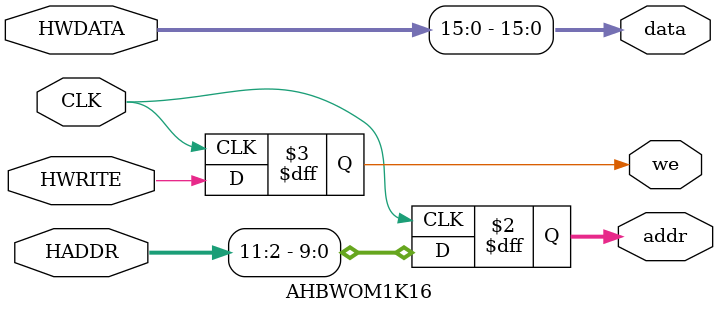
<source format=v>
`timescale 1 ns / 1 ns // timescale for following modules



module AHBWOM1K16 (
   CLK,
   HADDR,
   HWDATA,
   HWRITE,
   addr,
   data,
   we);
 

input   CLK; 
input   [31:0] HADDR; 
input   [31:0] HWDATA; 
input   HWRITE; 
output   [9:0] addr; 
output   [15:0] data; 
output   we; 

reg     [9:0] addr; 
wire    [15:0] data; 
reg     we; 

assign data = HWDATA[15:0]; 

always @(posedge CLK)
   begin : process_1
   addr <= HADDR[11:2];   
   we <= HWRITE;   
   end


endmodule // module AHBWOM1K16


</source>
